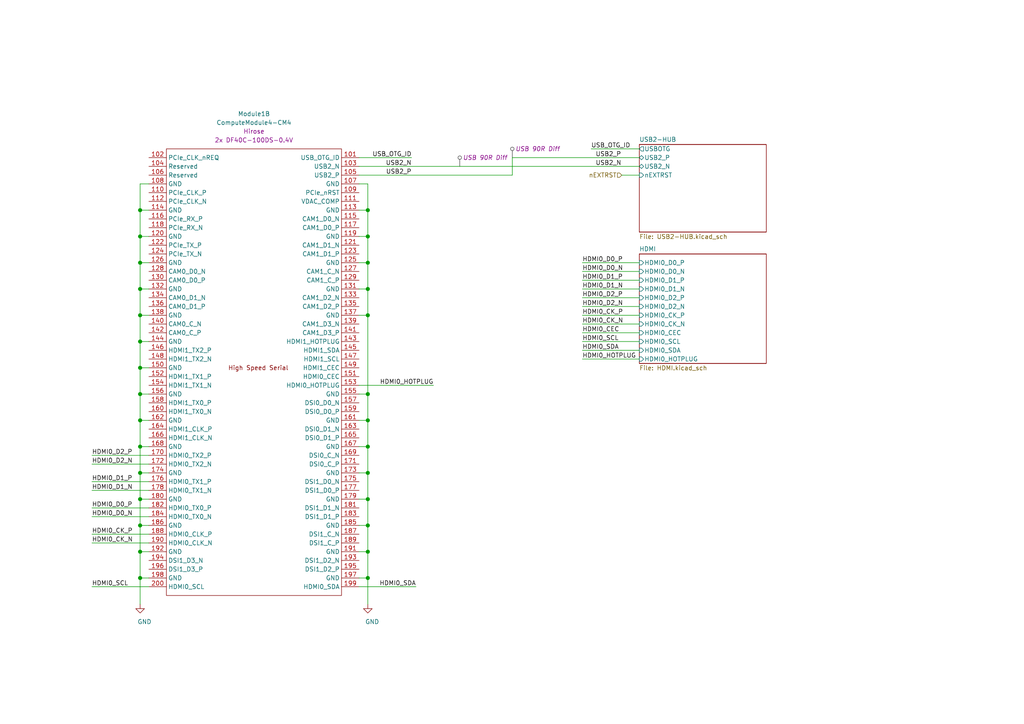
<source format=kicad_sch>
(kicad_sch (version 20230121) (generator eeschema)
  (paper "A4")
  (title_block (title "Raspberry Pi Compute Module 4 Base Carrier") (date "2020-10-31") (rev "v01") (comment 2 "creativecommons.org/licenses/by-sa/4.0") (comment 3 "License: CC BY-SA 4.0") (comment 4 "Author: Shawn Hymel"))
  (lib_symbols
    (symbol "CM4IO:ComputeModule4-CM4"
      (property "Reference" "Module" (at 113.03 -68.58 0))
      (property "Value" "ComputeModule4-CM4" (at 140.97 2.54 0))
      (property "Manufacturer" "Hirose" (at 0 0 0))
      (property "MPN" "2x DF40C-100DS-0.4V" (at 0 -2.54 0))
      (property "MPN (Alt)" "2x DF40HC(3.0)-100DS-0.4V" (at 0 0 0))
      (symbol "ComputeModule4-CM4_1_0"
        (text "GPIO" (at 0 6.35 0) (effects (font (size 1.27 1.27))))
      )
      (symbol "ComputeModule4-CM4_1_1"
        (rectangle (start -30.48 -71.12) (end 25.4 58.42))
        (text "600mA Max" (at -8.89 -53.34 0) (effects (font (size 1.27 1.27))))
        (text "600mA Max" (at -8.89 -48.26 0) (effects (font (size 1.27 1.27))))
        (text "NB SD signals are only available" (at -1.27 -27.94 0) (effects (font (size 1.27 1.27))))
        (text "on modules without eMMC" (at -1.27 -30.48 0) (effects (font (size 1.27 1.27))))
        (pin power_in line (at 27.94 55.88 180) (length 2.54) (name "GND") (number "1"))
        (pin passive line (at -33.02 45.72 0) (length 2.54) (name "Ethernet_Pair0_N") (number "10"))
        (pin output line (at -33.02 -68.58 0) (length 2.54) (name "nEXTRST") (number "100"))
        (pin passive line (at 27.94 43.18 180) (length 2.54) (name "Ethernet_Pair2_P") (number "11"))
        (pin passive line (at -33.02 43.18 0) (length 2.54) (name "Ethernet_Pair0_P") (number "12"))
        (pin power_in line (at 27.94 40.64 180) (length 2.54) (name "GND") (number "13"))
        (pin power_in line (at -33.02 40.64 0) (length 2.54) (name "GND") (number "14"))
        (pin output line (at 27.94 38.1 180) (length 2.54) (name "Ethernet_nLED3(3.3v)") (number "15"))
        (pin input line (at -33.02 38.1 0) (length 2.54) (name "Ethernet_SYNC_IN(1.8v)") (number "16"))
        (pin output line (at 27.94 35.56 180) (length 2.54) (name "Ethernet_nLED2(3.3v)") (number "17"))
        (pin input line (at -33.02 35.56 0) (length 2.54) (name "Ethernet_SYNC_OUT(1.8v)") (number "18"))
        (pin output line (at 27.94 33.02 180) (length 2.54) (name "Ethernet_nLED1(3.3v)") (number "19"))
        (pin power_in line (at -33.02 55.88 0) (length 2.54) (name "GND") (number "2"))
        (pin passive line (at -33.02 33.02 0) (length 2.54) (name "EEPROM_nWP") (number "20"))
        (pin open_collector line (at 27.94 30.48 180) (length 2.54) (name "PI_nLED_Activity") (number "21"))
        (pin power_in line (at -33.02 30.48 0) (length 2.54) (name "GND") (number "22"))
        (pin power_in line (at 27.94 27.94 180) (length 2.54) (name "GND") (number "23"))
        (pin passive line (at -33.02 27.94 0) (length 2.54) (name "GPIO26") (number "24"))
        (pin passive line (at 27.94 25.4 180) (length 2.54) (name "GPIO21") (number "25"))
        (pin passive line (at -33.02 25.4 0) (length 2.54) (name "GPIO19") (number "26"))
        (pin passive line (at 27.94 22.86 180) (length 2.54) (name "GPIO20") (number "27"))
        (pin passive line (at -33.02 22.86 0) (length 2.54) (name "GPIO13") (number "28"))
        (pin passive line (at 27.94 20.32 180) (length 2.54) (name "GPIO16") (number "29"))
        (pin passive line (at 27.94 53.34 180) (length 2.54) (name "Ethernet_Pair3_P") (number "3"))
        (pin passive line (at -33.02 20.32 0) (length 2.54) (name "GPIO6") (number "30"))
        (pin passive line (at 27.94 17.78 180) (length 2.54) (name "GPIO12") (number "31"))
        (pin power_in line (at -33.02 17.78 0) (length 2.54) (name "GND") (number "32"))
        (pin power_in line (at 27.94 15.24 180) (length 2.54) (name "GND") (number "33"))
        (pin passive line (at -33.02 15.24 0) (length 2.54) (name "GPIO5") (number "34"))
        (pin passive line (at 27.94 12.7 180) (length 2.54) (name "ID_SC") (number "35"))
        (pin passive line (at -33.02 12.7 0) (length 2.54) (name "ID_SD") (number "36"))
        (pin passive line (at 27.94 10.16 180) (length 2.54) (name "GPIO7") (number "37"))
        (pin passive line (at -33.02 10.16 0) (length 2.54) (name "GPIO11") (number "38"))
        (pin passive line (at 27.94 7.62 180) (length 2.54) (name "GPIO8") (number "39"))
        (pin passive line (at -33.02 53.34 0) (length 2.54) (name "Ethernet_Pair1_P") (number "4"))
        (pin passive line (at -33.02 7.62 0) (length 2.54) (name "GPIO9") (number "40"))
        (pin passive line (at 27.94 5.08 180) (length 2.54) (name "GPIO25") (number "41"))
        (pin power_in line (at -33.02 5.08 0) (length 2.54) (name "GND") (number "42"))
        (pin power_in line (at 27.94 2.54 180) (length 2.54) (name "GND") (number "43"))
        (pin passive line (at -33.02 2.54 0) (length 2.54) (name "GPIO10") (number "44"))
        (pin passive line (at 27.94 0 180) (length 2.54) (name "GPIO24") (number "45"))
        (pin passive line (at -33.02 0 0) (length 2.54) (name "GPIO22") (number "46"))
        (pin passive line (at 27.94 -2.54 180) (length 2.54) (name "GPIO23") (number "47"))
        (pin passive line (at -33.02 -2.54 0) (length 2.54) (name "GPIO27") (number "48"))
        (pin passive line (at 27.94 -5.08 180) (length 2.54) (name "GPIO18") (number "49"))
        (pin passive line (at 27.94 50.8 180) (length 2.54) (name "Ethernet_Pair3_N") (number "5"))
        (pin passive line (at -33.02 -5.08 0) (length 2.54) (name "GPIO17") (number "50"))
        (pin passive line (at 27.94 -7.62 180) (length 2.54) (name "GPIO15") (number "51"))
        (pin power_in line (at -33.02 -7.62 0) (length 2.54) (name "GND") (number "52"))
        (pin power_in line (at 27.94 -10.16 180) (length 2.54) (name "GND") (number "53"))
        (pin passive line (at -33.02 -10.16 0) (length 2.54) (name "GPIO4") (number "54"))
        (pin passive line (at 27.94 -12.7 180) (length 2.54) (name "GPIO14") (number "55"))
        (pin passive line (at -33.02 -12.7 0) (length 2.54) (name "GPIO3") (number "56"))
        (pin passive line (at 27.94 -15.24 180) (length 2.54) (name "SD_CLK") (number "57"))
        (pin passive line (at -33.02 -15.24 0) (length 2.54) (name "GPIO2") (number "58"))
        (pin power_in line (at 27.94 -17.78 180) (length 2.54) (name "GND") (number "59"))
        (pin passive line (at -33.02 50.8 0) (length 2.54) (name "Ethernet_Pair1_N") (number "6"))
        (pin power_in line (at -33.02 -17.78 0) (length 2.54) (name "GND") (number "60"))
        (pin passive line (at 27.94 -20.32 180) (length 2.54) (name "SD_DAT3") (number "61"))
        (pin passive line (at -33.02 -20.32 0) (length 2.54) (name "SD_CMD") (number "62"))
        (pin passive line (at 27.94 -22.86 180) (length 2.54) (name "SD_DAT0") (number "63"))
        (pin passive line (at -33.02 -22.86 0) (length 2.54) (name "SD_DAT5") (number "64"))
        (pin power_in line (at 27.94 -25.4 180) (length 2.54) (name "GND") (number "65"))
        (pin power_in line (at -33.02 -25.4 0) (length 2.54) (name "GND") (number "66"))
        (pin passive line (at 27.94 -27.94 180) (length 2.54) (name "SD_DAT1") (number "67"))
        (pin passive line (at -33.02 -27.94 0) (length 2.54) (name "SD_DAT4") (number "68"))
        (pin passive line (at 27.94 -30.48 180) (length 2.54) (name "SD_DAT2") (number "69"))
        (pin power_in line (at 27.94 48.26 180) (length 2.54) (name "GND") (number "7"))
        (pin passive line (at -33.02 -30.48 0) (length 2.54) (name "SD_DAT7") (number "70"))
        (pin power_in line (at 27.94 -33.02 180) (length 2.54) (name "GND") (number "71"))
        (pin passive line (at -33.02 -33.02 0) (length 2.54) (name "SD_DAT6") (number "72"))
        (pin input line (at 27.94 -35.56 180) (length 2.54) (name "SD_VDD_Override") (number "73"))
        (pin power_in line (at -33.02 -35.56 0) (length 2.54) (name "GND") (number "74"))
        (pin output line (at 27.94 -38.1 180) (length 2.54) (name "SD_PWR_ON") (number "75"))
        (pin passive line (at -33.02 -38.1 0) (length 2.54) (name "Reserved") (number "76"))
        (pin power_in line (at 27.94 -40.64 180) (length 2.54) (name "+5v_(Input)") (number "77"))
        (pin power_in line (at -33.02 -40.64 0) (length 2.54) (name "GPIO_VREF(1.8v/3.3v_Input)") (number "78"))
        (pin power_in line (at 27.94 -43.18 180) (length 2.54) (name "+5v_(Input)") (number "79"))
        (pin power_in line (at -33.02 48.26 0) (length 2.54) (name "GND") (number "8"))
        (pin passive line (at -33.02 -43.18 0) (length 2.54) (name "SCL0") (number "80"))
        (pin power_in line (at 27.94 -45.72 180) (length 2.54) (name "+5v_(Input)") (number "81"))
        (pin passive line (at -33.02 -45.72 0) (length 2.54) (name "SDA0") (number "82"))
        (pin power_in line (at 27.94 -48.26 180) (length 2.54) (name "+5v_(Input)") (number "83"))
        (pin power_out line (at -33.02 -48.26 0) (length 2.54) (name "+3.3v_(Output)") (number "84"))
        (pin power_in line (at 27.94 -50.8 180) (length 2.54) (name "+5v_(Input)") (number "85"))
        (pin power_out line (at -33.02 -50.8 0) (length 2.54) (name "+3.3v_(Output)") (number "86"))
        (pin power_in line (at 27.94 -53.34 180) (length 2.54) (name "+5v_(Input)") (number "87"))
        (pin power_out line (at -33.02 -53.34 0) (length 2.54) (name "+1.8v_(Output)") (number "88"))
        (pin power_in line (at 27.94 -55.88 180) (length 2.54) (name "WiFi_nDisable") (number "89"))
        (pin passive line (at 27.94 45.72 180) (length 2.54) (name "Ethernet_Pair2_N") (number "9"))
        (pin power_out line (at -33.02 -55.88 0) (length 2.54) (name "+1.8v_(Output)") (number "90"))
        (pin power_in line (at 27.94 -58.42 180) (length 2.54) (name "BT_nDisable") (number "91"))
        (pin passive line (at -33.02 -58.42 0) (length 2.54) (name "RUN_PG") (number "92"))
        (pin input line (at 27.94 -60.96 180) (length 2.54) (name "nRPIBOOT") (number "93"))
        (pin passive line (at -33.02 -60.96 0) (length 2.54) (name "AnalogIP0") (number "94"))
        (pin output line (at 27.94 -63.5 180) (length 2.54) (name "nPI_LED_PWR") (number "95"))
        (pin passive line (at -33.02 -63.5 0) (length 2.54) (name "AnalogIP1") (number "96"))
        (pin passive line (at 27.94 -66.04 180) (length 2.54) (name "Camera_GPIO") (number "97"))
        (pin power_in line (at -33.02 -66.04 0) (length 2.54) (name "GND") (number "98"))
        (pin input line (at 27.94 -68.58 180) (length 2.54) (name "Global_EN") (number "99"))
      )
      (symbol "ComputeModule4-CM4_2_1"
        (rectangle (start 114.3 -66.04) (end 165.1 63.5))
        (text "High Speed Serial" (at 140.97 0 0) (effects (font (size 1.27 1.27))))
        (pin input line (at 170.18 60.96 180) (length 5.08) (name "USB_OTG_ID") (number "101"))
        (pin input line (at 109.22 60.96 0) (length 5.08) (name "PCIe_CLK_nREQ") (number "102"))
        (pin passive line (at 170.18 58.42 180) (length 5.08) (name "USB2_N") (number "103"))
        (pin passive line (at 109.22 58.42 0) (length 5.08) (name "Reserved") (number "104"))
        (pin passive line (at 170.18 55.88 180) (length 5.08) (name "USB2_P") (number "105"))
        (pin passive line (at 109.22 55.88 0) (length 5.08) (name "Reserved") (number "106"))
        (pin power_in line (at 170.18 53.34 180) (length 5.08) (name "GND") (number "107"))
        (pin power_in line (at 109.22 53.34 0) (length 5.08) (name "GND") (number "108"))
        (pin bidirectional line (at 170.18 50.8 180) (length 5.08) (name "PCIe_nRST") (number "109"))
        (pin output line (at 109.22 50.8 0) (length 5.08) (name "PCIe_CLK_P") (number "110"))
        (pin passive line (at 170.18 48.26 180) (length 5.08) (name "VDAC_COMP") (number "111"))
        (pin output line (at 109.22 48.26 0) (length 5.08) (name "PCIe_CLK_N") (number "112"))
        (pin power_in line (at 170.18 45.72 180) (length 5.08) (name "GND") (number "113"))
        (pin power_in line (at 109.22 45.72 0) (length 5.08) (name "GND") (number "114"))
        (pin input line (at 170.18 43.18 180) (length 5.08) (name "CAM1_D0_N") (number "115"))
        (pin input line (at 109.22 43.18 0) (length 5.08) (name "PCIe_RX_P") (number "116"))
        (pin input line (at 170.18 40.64 180) (length 5.08) (name "CAM1_D0_P") (number "117"))
        (pin input line (at 109.22 40.64 0) (length 5.08) (name "PCIe_RX_N") (number "118"))
        (pin power_in line (at 170.18 38.1 180) (length 5.08) (name "GND") (number "119"))
        (pin power_in line (at 109.22 38.1 0) (length 5.08) (name "GND") (number "120"))
        (pin input line (at 170.18 35.56 180) (length 5.08) (name "CAM1_D1_N") (number "121"))
        (pin output line (at 109.22 35.56 0) (length 5.08) (name "PCIe_TX_P") (number "122"))
        (pin input line (at 170.18 33.02 180) (length 5.08) (name "CAM1_D1_P") (number "123"))
        (pin output line (at 109.22 33.02 0) (length 5.08) (name "PCIe_TX_N") (number "124"))
        (pin power_in line (at 170.18 30.48 180) (length 5.08) (name "GND") (number "125"))
        (pin power_in line (at 109.22 30.48 0) (length 5.08) (name "GND") (number "126"))
        (pin input line (at 170.18 27.94 180) (length 5.08) (name "CAM1_C_N") (number "127"))
        (pin input line (at 109.22 27.94 0) (length 5.08) (name "CAM0_D0_N") (number "128"))
        (pin input line (at 170.18 25.4 180) (length 5.08) (name "CAM1_C_P") (number "129"))
        (pin input line (at 109.22 25.4 0) (length 5.08) (name "CAM0_D0_P") (number "130"))
        (pin power_in line (at 170.18 22.86 180) (length 5.08) (name "GND") (number "131"))
        (pin power_in line (at 109.22 22.86 0) (length 5.08) (name "GND") (number "132"))
        (pin input line (at 170.18 20.32 180) (length 5.08) (name "CAM1_D2_N") (number "133"))
        (pin input line (at 109.22 20.32 0) (length 5.08) (name "CAM0_D1_N") (number "134"))
        (pin input line (at 170.18 17.78 180) (length 5.08) (name "CAM1_D2_P") (number "135"))
        (pin input line (at 109.22 17.78 0) (length 5.08) (name "CAM0_D1_P") (number "136"))
        (pin power_in line (at 170.18 15.24 180) (length 5.08) (name "GND") (number "137"))
        (pin power_in line (at 109.22 15.24 0) (length 5.08) (name "GND") (number "138"))
        (pin input line (at 170.18 12.7 180) (length 5.08) (name "CAM1_D3_N") (number "139"))
        (pin input line (at 109.22 12.7 0) (length 5.08) (name "CAM0_C_N") (number "140"))
        (pin input line (at 170.18 10.16 180) (length 5.08) (name "CAM1_D3_P") (number "141"))
        (pin input line (at 109.22 10.16 0) (length 5.08) (name "CAM0_C_P") (number "142"))
        (pin input line (at 170.18 7.62 180) (length 5.08) (name "HDMI1_HOTPLUG") (number "143"))
        (pin power_in line (at 109.22 7.62 0) (length 5.08) (name "GND") (number "144"))
        (pin bidirectional line (at 170.18 5.08 180) (length 5.08) (name "HDMI1_SDA") (number "145"))
        (pin output line (at 109.22 5.08 0) (length 5.08) (name "HDMI1_TX2_P") (number "146"))
        (pin open_collector line (at 170.18 2.54 180) (length 5.08) (name "HDMI1_SCL") (number "147"))
        (pin output line (at 109.22 2.54 0) (length 5.08) (name "HDMI1_TX2_N") (number "148"))
        (pin open_collector line (at 170.18 0 180) (length 5.08) (name "HDMI1_CEC") (number "149"))
        (pin power_in line (at 109.22 0 0) (length 5.08) (name "GND") (number "150"))
        (pin open_collector line (at 170.18 -2.54 180) (length 5.08) (name "HDMI0_CEC") (number "151"))
        (pin output line (at 109.22 -2.54 0) (length 5.08) (name "HDMI1_TX1_P") (number "152"))
        (pin input line (at 170.18 -5.08 180) (length 5.08) (name "HDMI0_HOTPLUG") (number "153"))
        (pin output line (at 109.22 -5.08 0) (length 5.08) (name "HDMI1_TX1_N") (number "154"))
        (pin power_in line (at 170.18 -7.62 180) (length 5.08) (name "GND") (number "155"))
        (pin power_in line (at 109.22 -7.62 0) (length 5.08) (name "GND") (number "156"))
        (pin output line (at 170.18 -10.16 180) (length 5.08) (name "DSI0_D0_N") (number "157"))
        (pin output line (at 109.22 -10.16 0) (length 5.08) (name "HDMI1_TX0_P") (number "158"))
        (pin output line (at 170.18 -12.7 180) (length 5.08) (name "DSI0_D0_P") (number "159"))
        (pin output line (at 109.22 -12.7 0) (length 5.08) (name "HDMI1_TX0_N") (number "160"))
        (pin power_in line (at 170.18 -15.24 180) (length 5.08) (name "GND") (number "161"))
        (pin power_in line (at 109.22 -15.24 0) (length 5.08) (name "GND") (number "162"))
        (pin output line (at 170.18 -17.78 180) (length 5.08) (name "DSI0_D1_N") (number "163"))
        (pin output line (at 109.22 -17.78 0) (length 5.08) (name "HDMI1_CLK_P") (number "164"))
        (pin output line (at 170.18 -20.32 180) (length 5.08) (name "DSI0_D1_P") (number "165"))
        (pin output line (at 109.22 -20.32 0) (length 5.08) (name "HDMI1_CLK_N") (number "166"))
        (pin power_in line (at 170.18 -22.86 180) (length 5.08) (name "GND") (number "167"))
        (pin power_in line (at 109.22 -22.86 0) (length 5.08) (name "GND") (number "168"))
        (pin output line (at 170.18 -25.4 180) (length 5.08) (name "DSI0_C_N") (number "169"))
        (pin output line (at 109.22 -25.4 0) (length 5.08) (name "HDMI0_TX2_P") (number "170"))
        (pin output line (at 170.18 -27.94 180) (length 5.08) (name "DSI0_C_P") (number "171"))
        (pin output line (at 109.22 -27.94 0) (length 5.08) (name "HDMI0_TX2_N") (number "172"))
        (pin power_in line (at 170.18 -30.48 180) (length 5.08) (name "GND") (number "173"))
        (pin power_in line (at 109.22 -30.48 0) (length 5.08) (name "GND") (number "174"))
        (pin output line (at 170.18 -33.02 180) (length 5.08) (name "DSI1_D0_N") (number "175"))
        (pin output line (at 109.22 -33.02 0) (length 5.08) (name "HDMI0_TX1_P") (number "176"))
        (pin output line (at 170.18 -35.56 180) (length 5.08) (name "DSI1_D0_P") (number "177"))
        (pin output line (at 109.22 -35.56 0) (length 5.08) (name "HDMI0_TX1_N") (number "178"))
        (pin power_in line (at 170.18 -38.1 180) (length 5.08) (name "GND") (number "179"))
        (pin power_in line (at 109.22 -38.1 0) (length 5.08) (name "GND") (number "180"))
        (pin output line (at 170.18 -40.64 180) (length 5.08) (name "DSI1_D1_N") (number "181"))
        (pin output line (at 109.22 -40.64 0) (length 5.08) (name "HDMI0_TX0_P") (number "182"))
        (pin output line (at 170.18 -43.18 180) (length 5.08) (name "DSI1_D1_P") (number "183"))
        (pin output line (at 109.22 -43.18 0) (length 5.08) (name "HDMI0_TX0_N") (number "184"))
        (pin power_in line (at 170.18 -45.72 180) (length 5.08) (name "GND") (number "185"))
        (pin power_in line (at 109.22 -45.72 0) (length 5.08) (name "GND") (number "186"))
        (pin output line (at 170.18 -48.26 180) (length 5.08) (name "DSI1_C_N") (number "187"))
        (pin output line (at 109.22 -48.26 0) (length 5.08) (name "HDMI0_CLK_P") (number "188"))
        (pin output line (at 170.18 -50.8 180) (length 5.08) (name "DSI1_C_P") (number "189"))
        (pin output line (at 109.22 -50.8 0) (length 5.08) (name "HDMI0_CLK_N") (number "190"))
        (pin power_in line (at 170.18 -53.34 180) (length 5.08) (name "GND") (number "191"))
        (pin power_in line (at 109.22 -53.34 0) (length 5.08) (name "GND") (number "192"))
        (pin output line (at 170.18 -55.88 180) (length 5.08) (name "DSI1_D2_N") (number "193"))
        (pin output line (at 109.22 -55.88 0) (length 5.08) (name "DSI1_D3_N") (number "194"))
        (pin output line (at 170.18 -58.42 180) (length 5.08) (name "DSI1_D2_P") (number "195"))
        (pin output line (at 109.22 -58.42 0) (length 5.08) (name "DSI1_D3_P") (number "196"))
        (pin power_in line (at 170.18 -60.96 180) (length 5.08) (name "GND") (number "197"))
        (pin power_in line (at 109.22 -60.96 0) (length 5.08) (name "GND") (number "198"))
        (pin bidirectional line (at 170.18 -63.5 180) (length 5.08) (name "HDMI0_SDA") (number "199"))
        (pin open_collector line (at 109.22 -63.5 0) (length 5.08) (name "HDMI0_SCL") (number "200"))
      )
    )
    (symbol "power:GND" (power) (pin_names (offset 0))
      (property "Value" "GND" (at 0 -3.81 0))
      (symbol "GND_0_1"
        (polyline (pts (xy 0 0) (xy 0 -1.27) (xy 1.27 -1.27) (xy 0 -2.54) (xy -1.27 -1.27) (xy 0 -1.27)))
      )
      (symbol "GND_1_1"
        (pin power_in line (at 0 0 270) (length 0) hide (name "GND") (number "1"))
      )
    )
  )
  (junction (at 40.64 106.68) (diameter 1.016))
  (junction (at 40.64 114.3) (diameter 1.016))
  (junction (at 106.68 167.64) (diameter 1.016))
  (junction (at 40.64 144.78) (diameter 1.016))
  (junction (at 40.64 76.2) (diameter 1.016))
  (junction (at 106.68 137.16) (diameter 1.016))
  (junction (at 106.68 91.44) (diameter 1.016))
  (junction (at 40.64 68.58) (diameter 1.016))
  (junction (at 106.68 76.2) (diameter 1.016))
  (junction (at 40.64 129.54) (diameter 1.016))
  (junction (at 40.64 160.02) (diameter 1.016))
  (junction (at 106.68 129.54) (diameter 1.016))
  (junction (at 40.64 137.16) (diameter 1.016))
  (junction (at 40.64 91.44) (diameter 1.016))
  (junction (at 106.68 121.92) (diameter 1.016))
  (junction (at 40.64 60.96) (diameter 1.016))
  (junction (at 106.68 60.96) (diameter 1.016))
  (junction (at 106.68 83.82) (diameter 1.016))
  (junction (at 106.68 144.78) (diameter 1.016))
  (junction (at 40.64 99.06) (diameter 1.016))
  (junction (at 40.64 83.82) (diameter 1.016))
  (junction (at 40.64 121.92) (diameter 1.016))
  (junction (at 106.68 114.3) (diameter 1.016))
  (junction (at 40.64 152.4) (diameter 1.016))
  (junction (at 40.64 167.64) (diameter 1.016))
  (junction (at 106.68 160.02) (diameter 1.016))
  (junction (at 106.68 68.58) (diameter 1.016))
  (junction (at 106.68 152.4) (diameter 1.016))
  (wire (pts (xy 104.14 111.76) (xy 125.73 111.76)))
  (wire (pts (xy 40.64 144.78) (xy 43.18 144.78)))
  (wire (pts (xy 26.67 142.24) (xy 43.18 142.24)))
  (wire (pts (xy 40.64 137.16) (xy 43.18 137.16)))
  (wire (pts (xy 40.64 99.06) (xy 43.18 99.06)))
  (wire (pts (xy 120.65 170.18) (xy 104.14 170.18)))
  (wire (pts (xy 40.64 152.4) (xy 43.18 152.4)))
  (wire (pts (xy 148.59 45.72) (xy 185.42 45.72)))
  (wire (pts (xy 106.68 167.64) (xy 106.68 175.26)))
  (wire (pts (xy 104.14 160.02) (xy 106.68 160.02)))
  (wire (pts (xy 104.14 76.2) (xy 106.68 76.2)))
  (wire (pts (xy 104.14 167.64) (xy 106.68 167.64)))
  (wire (pts (xy 40.64 99.06) (xy 40.64 106.68)))
  (wire (pts (xy 26.67 132.08) (xy 43.18 132.08)))
  (wire (pts (xy 168.91 78.74) (xy 185.42 78.74)))
  (wire (pts (xy 40.64 106.68) (xy 43.18 106.68)))
  (wire (pts (xy 106.68 83.82) (xy 106.68 91.44)))
  (wire (pts (xy 180.34 50.8) (xy 185.42 50.8)))
  (wire (pts (xy 104.14 53.34) (xy 106.68 53.34)))
  (wire (pts (xy 40.64 152.4) (xy 40.64 160.02)))
  (wire (pts (xy 40.64 160.02) (xy 40.64 167.64)))
  (wire (pts (xy 26.67 154.94) (xy 43.18 154.94)))
  (wire (pts (xy 106.68 76.2) (xy 106.68 83.82)))
  (wire (pts (xy 171.45 43.18) (xy 185.42 43.18)))
  (wire (pts (xy 26.67 147.32) (xy 43.18 147.32)))
  (wire (pts (xy 168.91 91.44) (xy 185.42 91.44)))
  (wire (pts (xy 148.59 50.8) (xy 148.59 45.72)))
  (wire (pts (xy 104.14 144.78) (xy 106.68 144.78)))
  (wire (pts (xy 40.64 167.64) (xy 40.64 175.26)))
  (wire (pts (xy 106.68 152.4) (xy 106.68 160.02)))
  (wire (pts (xy 40.64 68.58) (xy 43.18 68.58)))
  (wire (pts (xy 106.68 160.02) (xy 106.68 167.64)))
  (wire (pts (xy 168.91 81.28) (xy 185.42 81.28)))
  (wire (pts (xy 104.14 50.8) (xy 148.59 50.8)))
  (wire (pts (xy 40.64 160.02) (xy 43.18 160.02)))
  (wire (pts (xy 40.64 121.92) (xy 43.18 121.92)))
  (wire (pts (xy 106.68 114.3) (xy 106.68 121.92)))
  (wire (pts (xy 40.64 60.96) (xy 40.64 68.58)))
  (wire (pts (xy 26.67 170.18) (xy 43.18 170.18)))
  (wire (pts (xy 104.14 60.96) (xy 106.68 60.96)))
  (wire (pts (xy 104.14 114.3) (xy 106.68 114.3)))
  (wire (pts (xy 168.91 104.14) (xy 185.42 104.14)))
  (wire (pts (xy 104.14 121.92) (xy 106.68 121.92)))
  (wire (pts (xy 106.68 53.34) (xy 106.68 60.96)))
  (wire (pts (xy 40.64 129.54) (xy 40.64 137.16)))
  (wire (pts (xy 40.64 114.3) (xy 43.18 114.3)))
  (wire (pts (xy 104.14 45.72) (xy 119.38 45.72)))
  (wire (pts (xy 106.68 91.44) (xy 106.68 114.3)))
  (wire (pts (xy 106.68 121.92) (xy 106.68 129.54)))
  (wire (pts (xy 104.14 152.4) (xy 106.68 152.4)))
  (wire (pts (xy 104.14 83.82) (xy 106.68 83.82)))
  (wire (pts (xy 40.64 68.58) (xy 40.64 76.2)))
  (wire (pts (xy 40.64 83.82) (xy 40.64 91.44)))
  (wire (pts (xy 40.64 121.92) (xy 40.64 129.54)))
  (wire (pts (xy 40.64 60.96) (xy 43.18 60.96)))
  (wire (pts (xy 106.68 137.16) (xy 106.68 144.78)))
  (wire (pts (xy 106.68 68.58) (xy 106.68 76.2)))
  (wire (pts (xy 40.64 76.2) (xy 40.64 83.82)))
  (wire (pts (xy 168.91 101.6) (xy 185.42 101.6)))
  (wire (pts (xy 104.14 68.58) (xy 106.68 68.58)))
  (wire (pts (xy 106.68 60.96) (xy 106.68 68.58)))
  (wire (pts (xy 40.64 167.64) (xy 43.18 167.64)))
  (wire (pts (xy 26.67 157.48) (xy 43.18 157.48)))
  (wire (pts (xy 40.64 137.16) (xy 40.64 144.78)))
  (wire (pts (xy 40.64 129.54) (xy 43.18 129.54)))
  (wire (pts (xy 40.64 76.2) (xy 43.18 76.2)))
  (wire (pts (xy 168.91 76.2) (xy 185.42 76.2)))
  (wire (pts (xy 26.67 139.7) (xy 43.18 139.7)))
  (wire (pts (xy 26.67 134.62) (xy 43.18 134.62)))
  (wire (pts (xy 104.14 48.26) (xy 185.42 48.26)))
  (wire (pts (xy 168.91 83.82) (xy 185.42 83.82)))
  (wire (pts (xy 40.64 91.44) (xy 40.64 99.06)))
  (wire (pts (xy 106.68 129.54) (xy 106.68 137.16)))
  (wire (pts (xy 168.91 99.06) (xy 185.42 99.06)))
  (wire (pts (xy 168.91 93.98) (xy 185.42 93.98)))
  (wire (pts (xy 40.64 53.34) (xy 40.64 60.96)))
  (wire (pts (xy 26.67 149.86) (xy 43.18 149.86)))
  (wire (pts (xy 104.14 91.44) (xy 106.68 91.44)))
  (wire (pts (xy 40.64 114.3) (xy 40.64 121.92)))
  (wire (pts (xy 106.68 144.78) (xy 106.68 152.4)))
  (wire (pts (xy 168.91 86.36) (xy 185.42 86.36)))
  (wire (pts (xy 104.14 129.54) (xy 106.68 129.54)))
  (wire (pts (xy 40.64 53.34) (xy 43.18 53.34)))
  (wire (pts (xy 40.64 83.82) (xy 43.18 83.82)))
  (wire (pts (xy 168.91 88.9) (xy 185.42 88.9)))
  (wire (pts (xy 104.14 137.16) (xy 106.68 137.16)))
  (wire (pts (xy 40.64 144.78) (xy 40.64 152.4)))
  (wire (pts (xy 168.91 96.52) (xy 185.42 96.52)))
  (wire (pts (xy 40.64 91.44) (xy 43.18 91.44)))
  (wire (pts (xy 40.64 106.68) (xy 40.64 114.3)))
  (label "HDMI0_D1_N" (at 168.91 83.82 0))
  (label "HDMI0_D2_N" (at 168.91 88.9 0))
  (label "USB2_P" (at 172.72 45.72 0))
  (label "HDMI0_SCL" (at 26.67 170.18 0))
  (label "HDMI0_SDA" (at 120.65 170.18 180))
  (label "HDMI0_SDA" (at 168.91 101.6 0))
  (label "HDMI0_D2_P" (at 26.67 132.08 0))
  (label "USB2_P" (at 119.38 50.8 180))
  (label "HDMI0_CK_N" (at 168.91 93.98 0))
  (label "HDMI0_D1_N" (at 26.67 142.24 0))
  (label "HDMI0_D0_P" (at 168.91 76.2 0))
  (label "HDMI0_D0_P" (at 26.67 147.32 0))
  (label "HDMI0_HOTPLUG" (at 168.91 104.14 0))
  (label "USB_OTG_ID" (at 171.45 43.18 0))
  (label "USB2_N" (at 172.72 48.26 0))
  (label "USB2_N" (at 119.38 48.26 180))
  (label "HDMI0_D2_P" (at 168.91 86.36 0))
  (label "HDMI0_CK_N" (at 26.67 157.48 0))
  (label "HDMI0_HOTPLUG" (at 125.73 111.76 180))
  (label "HDMI0_SCL" (at 168.91 99.06 0))
  (label "HDMI0_CK_P" (at 168.91 91.44 0))
  (label "USB_OTG_ID" (at 119.38 45.72 180))
  (label "HDMI0_D1_P" (at 26.67 139.7 0))
  (label "HDMI0_D0_N" (at 26.67 149.86 0))
  (label "HDMI0_D0_N" (at 168.91 78.74 0))
  (label "HDMI0_CEC" (at 168.91 96.52 0))
  (label "HDMI0_CK_P" (at 26.67 154.94 0))
  (label "HDMI0_D2_N" (at 26.67 134.62 0))
  (label "HDMI0_D1_P" (at 168.91 81.28 0))
  (hierarchical_label "nEXTRST" (shape input) (at 180.34 50.8 180))
  (netclass_flag "" (length 2.54) (shape round) (at 133.35 48.26 0) (property "Netclass" "USB 90R Diff" (at 134.239 45.72 0) (effects (font italic) (justify left))))
  (netclass_flag "" (length 2.54) (shape round) (at 148.59 45.72 0) (property "Netclass" "USB 90R Diff" (at 149.479 43.18 0) (effects (font italic) (justify left))))
  (symbol (lib_id "power:GND") (at 40.64 175.26 0) (unit 1)
    (property "Reference" "#PWR014" (effects hide))
    (property "Value" "GND" (at 41.91 180.34 0))
  )
  (symbol (lib_id "power:GND") (at 106.68 175.26 0) (unit 1)
    (property "Reference" "#PWR015" (effects hide))
    (property "Value" "GND" (at 107.95 180.34 0))
  )
  (symbol (lib_id "CM4IO:ComputeModule4-CM4") (at -66.04 106.68 0) (unit 2)
    (property "Reference" "Module1" (at 73.66 33.02 0))
    (property "Value" "ComputeModule4-CM4" (at 73.66 35.56 0))
    (property "Footprint" "CM4IO:Raspberry-Pi-4-Compute-Module" (effects hide))
    (property "Field4" "Hirose" (at 73.66 38.1 0))
    (property "Field5" "2x DF40C-100DS-0.4V" (at 73.66 40.64 0))
    (property "Digi-Key_PN" "2x H11615CT-ND" (effects hide))
    (property "Digi-Key_PN (Alt)" "2x H124602CT-ND" (effects hide))
  )
  (sheet (at 185.42 41.91) (size 36.83 25.4) (stroke (width 0.1524))
    (property "Sheetname" "USB2-HUB" (at 185.42 41.1984 0) (effects (justify left bottom)))
    (property "Sheetfile" "USB2-HUB.kicad_sch" (at 185.42 67.8946 0) (effects (justify left top)))
    (pin "nEXTRST" input (at 185.42 50.8 180))
    (pin "USBOTG" output (at 185.42 43.18 180))
    (pin "USB2_N" bidirectional (at 185.42 48.26 180))
    (pin "USB2_P" bidirectional (at 185.42 45.72 180))
  )
  (sheet (at 185.42 73.66) (size 36.83 31.75) (stroke (width 0.1524))
    (property "Sheetname" "HDMI" (at 185.42 72.9484 0) (effects (justify left bottom)))
    (property "Sheetfile" "HDMI.kicad_sch" (at 185.42 105.9946 0) (effects (justify left top)))
    (pin "HDMI0_D2_P" input (at 185.42 86.36 180))
    (pin "HDMI0_D2_N" input (at 185.42 88.9 180))
    (pin "HDMI0_D1_P" input (at 185.42 81.28 180))
    (pin "HDMI0_D0_P" input (at 185.42 76.2 180))
    (pin "HDMI0_D1_N" input (at 185.42 83.82 180))
    (pin "HDMI0_D0_N" input (at 185.42 78.74 180))
    (pin "HDMI0_CK_P" input (at 185.42 91.44 180))
    (pin "HDMI0_CK_N" input (at 185.42 93.98 180))
    (pin "HDMI0_CEC" input (at 185.42 96.52 180))
    (pin "HDMI0_SCL" input (at 185.42 99.06 180))
    (pin "HDMI0_SDA" input (at 185.42 101.6 180))
    (pin "HDMI0_HOTPLUG" input (at 185.42 104.14 180))
  )
)
</source>
